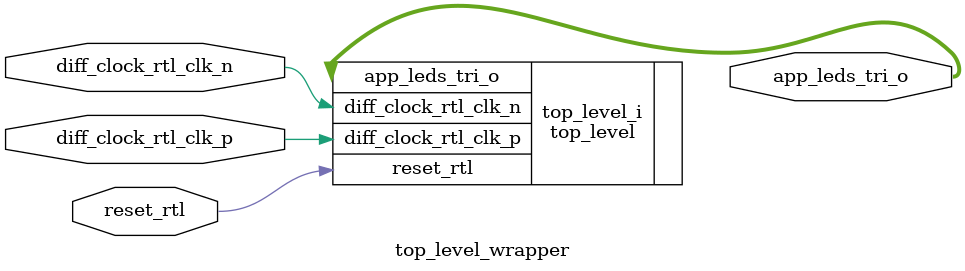
<source format=v>
`timescale 1 ps / 1 ps

module top_level_wrapper
   (app_leds_tri_o,
    diff_clock_rtl_clk_n,
    diff_clock_rtl_clk_p,
    reset_rtl);
  output [7:0]app_leds_tri_o;
  input diff_clock_rtl_clk_n;
  input diff_clock_rtl_clk_p;
  input reset_rtl;

  wire [7:0]app_leds_tri_o;
  wire diff_clock_rtl_clk_n;
  wire diff_clock_rtl_clk_p;
  wire reset_rtl;

  top_level top_level_i
       (.app_leds_tri_o(app_leds_tri_o),
        .diff_clock_rtl_clk_n(diff_clock_rtl_clk_n),
        .diff_clock_rtl_clk_p(diff_clock_rtl_clk_p),
        .reset_rtl(reset_rtl));
endmodule

</source>
